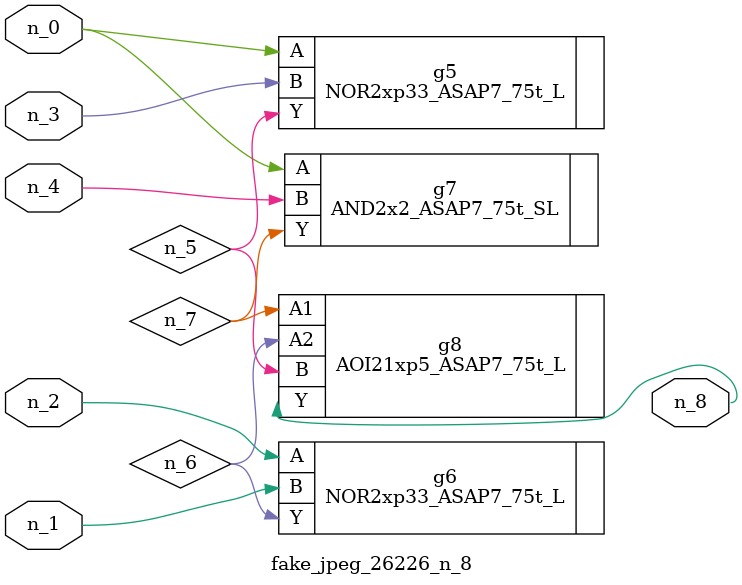
<source format=v>
module fake_jpeg_26226_n_8 (n_3, n_2, n_1, n_0, n_4, n_8);

input n_3;
input n_2;
input n_1;
input n_0;
input n_4;

output n_8;

wire n_6;
wire n_5;
wire n_7;

NOR2xp33_ASAP7_75t_L g5 ( 
.A(n_0),
.B(n_3),
.Y(n_5)
);

NOR2xp33_ASAP7_75t_L g6 ( 
.A(n_2),
.B(n_1),
.Y(n_6)
);

AND2x2_ASAP7_75t_SL g7 ( 
.A(n_0),
.B(n_4),
.Y(n_7)
);

AOI21xp5_ASAP7_75t_L g8 ( 
.A1(n_7),
.A2(n_6),
.B(n_5),
.Y(n_8)
);


endmodule
</source>
